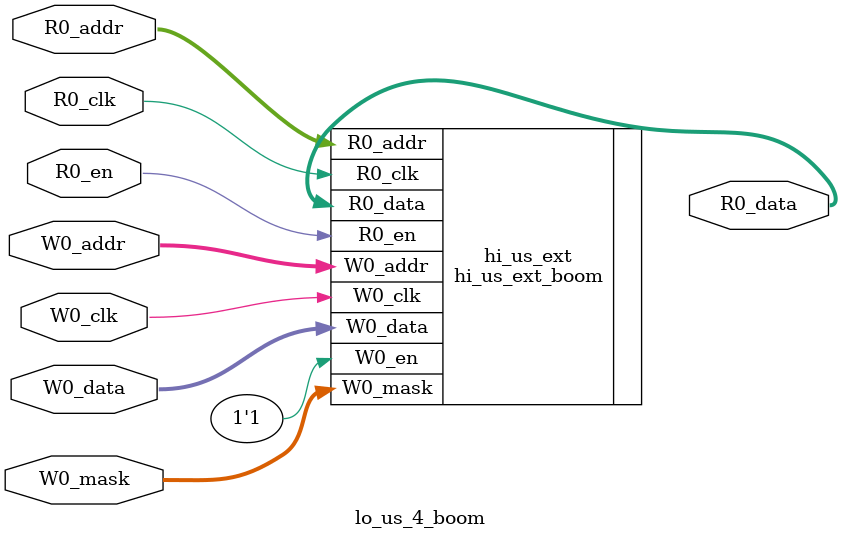
<source format=sv>
`ifndef RANDOMIZE
  `ifdef RANDOMIZE_REG_INIT
    `define RANDOMIZE
  `endif // RANDOMIZE_REG_INIT
`endif // not def RANDOMIZE
`ifndef RANDOMIZE
  `ifdef RANDOMIZE_MEM_INIT
    `define RANDOMIZE
  `endif // RANDOMIZE_MEM_INIT
`endif // not def RANDOMIZE

`ifndef RANDOM
  `define RANDOM $random
`endif // not def RANDOM

// Users can define 'PRINTF_COND' to add an extra gate to prints.
`ifndef PRINTF_COND_
  `ifdef PRINTF_COND
    `define PRINTF_COND_ (`PRINTF_COND)
  `else  // PRINTF_COND
    `define PRINTF_COND_ 1
  `endif // PRINTF_COND
`endif // not def PRINTF_COND_

// Users can define 'ASSERT_VERBOSE_COND' to add an extra gate to assert error printing.
`ifndef ASSERT_VERBOSE_COND_
  `ifdef ASSERT_VERBOSE_COND
    `define ASSERT_VERBOSE_COND_ (`ASSERT_VERBOSE_COND)
  `else  // ASSERT_VERBOSE_COND
    `define ASSERT_VERBOSE_COND_ 1
  `endif // ASSERT_VERBOSE_COND
`endif // not def ASSERT_VERBOSE_COND_

// Users can define 'STOP_COND' to add an extra gate to stop conditions.
`ifndef STOP_COND_
  `ifdef STOP_COND
    `define STOP_COND_ (`STOP_COND)
  `else  // STOP_COND
    `define STOP_COND_ 1
  `endif // STOP_COND
`endif // not def STOP_COND_

// Users can define INIT_RANDOM as general code that gets injected into the
// initializer block for modules with registers.
`ifndef INIT_RANDOM
  `define INIT_RANDOM
`endif // not def INIT_RANDOM

// If using random initialization, you can also define RANDOMIZE_DELAY to
// customize the delay used, otherwise 0.002 is used.
`ifndef RANDOMIZE_DELAY
  `define RANDOMIZE_DELAY 0.002
`endif // not def RANDOMIZE_DELAY

// Define INIT_RANDOM_PROLOG_ for use in our modules below.
`ifndef INIT_RANDOM_PROLOG_
  `ifdef RANDOMIZE
    `ifdef VERILATOR
      `define INIT_RANDOM_PROLOG_ `INIT_RANDOM
    `else  // VERILATOR
      `define INIT_RANDOM_PROLOG_ `INIT_RANDOM #`RANDOMIZE_DELAY begin end
    `endif // VERILATOR
  `else  // RANDOMIZE
    `define INIT_RANDOM_PROLOG_
  `endif // RANDOMIZE
`endif // not def INIT_RANDOM_PROLOG_

module lo_us_4_boom(	// @[tage.scala:90:27]
  input  [6:0] R0_addr,
  input        R0_en,
               R0_clk,
  input  [6:0] W0_addr,
  input        W0_clk,
  input  [3:0] W0_data,
               W0_mask,
  output [3:0] R0_data
);

  hi_us_ext_boom hi_us_ext (	// @[tage.scala:90:27]
    .R0_addr (R0_addr),
    .R0_en   (R0_en),
    .R0_clk  (R0_clk),
    .W0_addr (W0_addr),
    .W0_en   (1'h1),
    .W0_clk  (W0_clk),
    .W0_data (W0_data),
    .W0_mask (W0_mask),
    .R0_data (R0_data)
  );
endmodule


</source>
